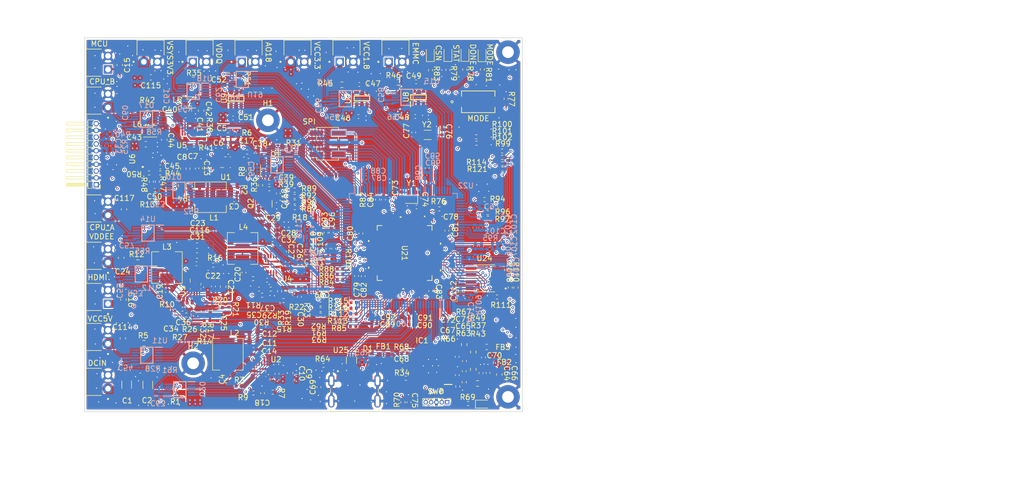
<source format=kicad_pcb>
(kicad_pcb (version 20221018) (generator pcbnew)

  (general
    (thickness 1.5384)
  )

  (paper "A4")
  (title_block
    (title "Gonk PCB")
    (date "2023-07-20")
    (rev "P0")
  )

  (layers
    (0 "F.Cu" signal)
    (1 "In1.Cu" power)
    (2 "In2.Cu" mixed)
    (3 "In3.Cu" mixed)
    (4 "In4.Cu" power)
    (31 "B.Cu" signal)
    (32 "B.Adhes" user "B.Adhesive")
    (33 "F.Adhes" user "F.Adhesive")
    (34 "B.Paste" user)
    (35 "F.Paste" user)
    (36 "B.SilkS" user "B.Silkscreen")
    (37 "F.SilkS" user "F.Silkscreen")
    (38 "B.Mask" user)
    (39 "F.Mask" user)
    (40 "Dwgs.User" user "User.Drawings")
    (41 "Cmts.User" user "User.Comments")
    (42 "Eco1.User" user "User.Eco1")
    (43 "Eco2.User" user "User.Eco2")
    (44 "Edge.Cuts" user)
    (45 "Margin" user)
    (46 "B.CrtYd" user "B.Courtyard")
    (47 "F.CrtYd" user "F.Courtyard")
    (48 "B.Fab" user)
    (49 "F.Fab" user)
    (50 "User.1" user)
    (51 "User.2" user)
    (52 "User.3" user)
    (53 "User.4" user)
    (54 "User.5" user)
    (55 "User.6" user)
    (56 "User.7" user)
    (57 "User.8" user)
    (58 "User.9" user)
  )

  (setup
    (stackup
      (layer "F.SilkS" (type "Top Silk Screen"))
      (layer "F.Paste" (type "Top Solder Paste"))
      (layer "F.Mask" (type "Top Solder Mask") (thickness 0) (material "Epoxy") (epsilon_r 3.8) (loss_tangent 0))
      (layer "F.Cu" (type "copper") (thickness 0.035))
      (layer "dielectric 1" (type "prepreg") (thickness 0.0994) (material "3313 RC57% 4.2mil ") (epsilon_r 4.1) (loss_tangent 0.02))
      (layer "In1.Cu" (type "copper") (thickness 0.0152))
      (layer "dielectric 2" (type "core") (thickness 0.55) (material "0.5mm H/HOZ with copper ") (epsilon_r 4.41) (loss_tangent 0.02))
      (layer "In2.Cu" (type "copper") (thickness 0.0152))
      (layer "dielectric 3" (type "prepreg") (thickness 0.1088) (material "2116 RC54% 4.9mil") (epsilon_r 4.16) (loss_tangent 0.02))
      (layer "In3.Cu" (type "copper") (thickness 0.0152))
      (layer "dielectric 4" (type "core") (thickness 0.55) (material "0.55mm H/Hwithout copper ") (epsilon_r 4.41) (loss_tangent 0.02))
      (layer "In4.Cu" (type "copper") (thickness 0.0152))
      (layer "dielectric 5" (type "prepreg") (thickness 0.0994) (material "3313 RC57% 4.2mil ") (epsilon_r 4.1) (loss_tangent 0.02))
      (layer "B.Cu" (type "copper") (thickness 0.035))
      (layer "B.Mask" (type "Bottom Solder Mask") (thickness 0) (material "Epoxy") (epsilon_r 3.8) (loss_tangent 0))
      (layer "B.Paste" (type "Bottom Solder Paste"))
      (layer "B.SilkS" (type "Bottom Silk Screen"))
      (copper_finish "ENIG")
      (dielectric_constraints yes)
    )
    (pad_to_mask_clearance 0)
    (aux_axis_origin 33.807836 165.19)
    (grid_origin 33.757836 165.14)
    (pcbplotparams
      (layerselection 0x00010fc_ffffffff)
      (plot_on_all_layers_selection 0x0000000_00000000)
      (disableapertmacros false)
      (usegerberextensions false)
      (usegerberattributes true)
      (usegerberadvancedattributes true)
      (creategerberjobfile true)
      (dashed_line_dash_ratio 12.000000)
      (dashed_line_gap_ratio 3.000000)
      (svgprecision 4)
      (plotframeref false)
      (viasonmask false)
      (mode 1)
      (useauxorigin false)
      (hpglpennumber 1)
      (hpglpenspeed 20)
      (hpglpendiameter 15.000000)
      (dxfpolygonmode true)
      (dxfimperialunits true)
      (dxfusepcbnewfont true)
      (psnegative false)
      (psa4output false)
      (plotreference true)
      (plotvalue true)
      (plotinvisibletext false)
      (sketchpadsonfab false)
      (subtractmaskfromsilk false)
      (outputformat 1)
      (mirror false)
      (drillshape 1)
      (scaleselection 1)
      (outputdirectory "")
    )
  )

  (net 0 "")
  (net 1 "DCIN")
  (net 2 "DCIN_SENSE_P")
  (net 3 "GND")
  (net 4 "Net-(C3-Pad1)")
  (net 5 "Net-(U1-SW)")
  (net 6 "Net-(C4-Pad1)")
  (net 7 "Net-(U2-SW)")
  (net 8 "VSYS3V3_SENSE_P")
  (net 9 "VCC5V_SENSE_P")
  (net 10 "Net-(U1-VCC)")
  (net 11 "Net-(U2-VCC)")
  (net 12 "Net-(C19-Pad1)")
  (net 13 "Net-(U3-SW)")
  (net 14 "Net-(C20-Pad1)")
  (net 15 "Net-(U4-SW)")
  (net 16 "VDDCPUA_SENSE_N")
  (net 17 "Net-(C25-Pad1)")
  (net 18 "VDDEE_SENSE_P")
  (net 19 "Net-(C30-Pad1)")
  (net 20 "VDDCPUA_SENSE_P")
  (net 21 "Net-(C34-Pad1)")
  (net 22 "Net-(C35-Pad1)")
  (net 23 "Net-(U3-VCC)")
  (net 24 "Net-(U4-VCC)")
  (net 25 "Net-(Q1-G)")
  (net 26 "VDDQ_SENSE_P")
  (net 27 "Net-(U5-FB)")
  (net 28 "VDDCPU_B")
  (net 29 "VDDCPU_B_SENSE_P")
  (net 30 "Net-(U6-FB)")
  (net 31 "VCC18_SENSE_P")
  (net 32 "EMMC18_SENSE_P")
  (net 33 "Net-(C50-Pad1)")
  (net 34 "VDDIOAO18_SENSE_P")
  (net 35 "Net-(IC1-BYP1)")
  (net 36 "VBUS")
  (net 37 "Net-(C69-Pad1)")
  (net 38 "Net-(IC1-BYP2)")
  (net 39 "MCU_XTAL_OUT")
  (net 40 "MCU_XTAL_IN")
  (net 41 "/MCU/STM32_NRST")
  (net 42 "OSC32K_XTAL_IN")
  (net 43 "OSC32K_XTAL_OUT")
  (net 44 "Net-(U21B-VCAP_1)")
  (net 45 "VDD_ADC")
  (net 46 "Net-(U22E-GNDPLL0)")
  (net 47 "Net-(U22E-VCCPLL0)")
  (net 48 "Net-(U22E-GNDPLL1)")
  (net 49 "Net-(U22E-VCCPLL1)")
  (net 50 "USB_D_N")
  (net 51 "USB_D_P")
  (net 52 "Net-(D4-K)")
  (net 53 "Net-(D_CSN1-K)")
  (net 54 "Net-(D_DONE1-K)")
  (net 55 "Net-(D_MODE1-K)")
  (net 56 "Net-(D_PWR1-K)")
  (net 57 "Net-(D_STATUS1-K)")
  (net 58 "Net-(IC1-ADJ1)")
  (net 59 "Net-(IC1-PWRGD1)")
  (net 60 "PWR_EN")
  (net 61 "VDDCPU_B_EN")
  (net 62 "VDDEE_PWM")
  (net 63 "VDDCPU_A_PWM")
  (net 64 "VDDCPU_B_PWM")
  (net 65 "Net-(JUSB1-CC1)")
  (net 66 "Net-(JUSB1-CC2)")
  (net 67 "EMMC18_SENSE_N")
  (net 68 "Net-(U5-SW)")
  (net 69 "Net-(U6-SW)")
  (net 70 "VCC33_SENSE_P")
  (net 71 "Net-(Q2-B)")
  (net 72 "Net-(Q2-C)")
  (net 73 "Net-(U1-BST)")
  (net 74 "Net-(U2-BST)")
  (net 75 "Net-(U1-EN)")
  (net 76 "Net-(U2-EN)")
  (net 77 "Net-(U1-PG)")
  (net 78 "Net-(U2-PG)")
  (net 79 "Net-(U3-BST)")
  (net 80 "Net-(U4-BST)")
  (net 81 "Net-(U3-MODE)")
  (net 82 "Net-(U3-FB)")
  (net 83 "Net-(U4-MODE)")
  (net 84 "Net-(U4-FB)")
  (net 85 "Net-(R20-Pad2)")
  (net 86 "Net-(R22-Pad2)")
  (net 87 "Net-(U3-EN)")
  (net 88 "ALERT1_L")
  (net 89 "ALERT2_L")
  (net 90 "ALERT3_L")
  (net 91 "ALERT4_L")
  (net 92 "ALERT5_L")
  (net 93 "ALERT6_L")
  (net 94 "ALERT7_L")
  (net 95 "ALERT8_L")
  (net 96 "ALERT9_L")
  (net 97 "ALERT10_L")
  (net 98 "ALERT11_L")
  (net 99 "DSPI_SCK")
  (net 100 "ICE_SPI_SCK")
  (net 101 "ICE_SPI_MISO")
  (net 102 "ICE_SPI_MOSI")
  (net 103 "DSPI_CS")
  (net 104 "ICE_RST_N")
  (net 105 "/MCU/MODE{slash}BOOT")
  (net 106 "ICE_CDONE")
  (net 107 "STATUS")
  (net 108 "ICE_SPI_SS")
  (net 109 "MODE")
  (net 110 "CS_N")
  (net 111 "unconnected-(R84-Pad1)")
  (net 112 "unconnected-(R85-Pad1)")
  (net 113 "/FPGA_IOs/FPGA_GCLK_2")
  (net 114 "unconnected-(R86-Pad1)")
  (net 115 "Net-(U22A-IOT_213)")
  (net 116 "unconnected-(R87-Pad1)")
  (net 117 "Net-(U22A-IOT_214)")
  (net 118 "unconnected-(R88-Pad1)")
  (net 119 "Net-(U22A-IOT_215)")
  (net 120 "FPGA_IO_SPARE_0_2")
  (net 121 "FPGA_IO_SPARE_0_1")
  (net 122 "FPGA_IO_SPARE_1_0")
  (net 123 "Net-(U22B-IOR_152)")
  (net 124 "FPGA_IO_SPARE_0_0")
  (net 125 "FPGA_IO_SPARE_1_1")
  (net 126 "Net-(U22B-IOR_160)")
  (net 127 "FPGA_IO_SPARE_1_2")
  (net 128 "Net-(U22B-IOR_161)")
  (net 129 "unconnected-(R96-Pad1)")
  (net 130 "unconnected-(R97-Pad1)")
  (net 131 "Net-(U22C-IOB_61)")
  (net 132 "FPGA_IO_SPARE_2_3")
  (net 133 "Net-(U22C-IOB_73)")
  (net 134 "FPGA_IO_SPARE_2_2")
  (net 135 "Net-(U22C-IOB_79)")
  (net 136 "FPGA_IO_SPARE_2_1")
  (net 137 "Net-(U22C-IOB_80)")
  (net 138 "FPGA_IO_SPARE_2_0")
  (net 139 "Net-(U22C-IOB_81_GBIN5)")
  (net 140 "FLASH_HOLD")
  (net 141 "FLASH_WP")
  (net 142 "SWDIO")
  (net 143 "SWD_CLK")
  (net 144 "unconnected-(U1-CLK-Pad4)")
  (net 145 "unconnected-(U1-ENCLK-Pad12)")
  (net 146 "unconnected-(U2-NC-Pad4)")
  (net 147 "unconnected-(U3-PG-Pad3)")
  (net 148 "unconnected-(U3-NC-Pad4)")
  (net 149 "unconnected-(U4-PG-Pad3)")
  (net 150 "unconnected-(U4-NC-Pad4)")
  (net 151 "unconnected-(U5-PG-Pad2)")
  (net 152 "unconnected-(U6-PG-Pad2)")
  (net 153 "unconnected-(U7-NC-Pad4)")
  (net 154 "unconnected-(U8-NC-Pad4)")
  (net 155 "unconnected-(U9-NC-Pad4)")
  (net 156 "SPI_CS_1")
  (net 157 "SPI_MOSI_1")
  (net 158 "SPI_MISO_1")
  (net 159 "SPI_SCLK_1")
  (net 160 "SPI_CS_2")
  (net 161 "SPI_MOSI_2")
  (net 162 "SPI_MISO_2")
  (net 163 "SPI_SCLK_2")
  (net 164 "SPI_CS_3")
  (net 165 "SPI_MOSI_3")
  (net 166 "SPI_MISO_3")
  (net 167 "SPI_SCLK_3")
  (net 168 "SPI_CS_4")
  (net 169 "SPI_MOSI_4")
  (net 170 "SPI_MISO_4")
  (net 171 "SPI_SCLK_4")
  (net 172 "SPI_CS_5")
  (net 173 "SPI_MOSI_5")
  (net 174 "SPI_MISO_5")
  (net 175 "SPI_SCLK_5")
  (net 176 "SPI_CS_6")
  (net 177 "SPI_MOSI_6")
  (net 178 "SPI_MISO_6")
  (net 179 "SPI_SCLK_6")
  (net 180 "SPI_CS_7")
  (net 181 "SPI_MOSI_7")
  (net 182 "SPI_MISO_7")
  (net 183 "SPI_SCLK_7")
  (net 184 "SPI_CS_8")
  (net 185 "SPI_MOSI_8")
  (net 186 "SPI_MISO_8")
  (net 187 "SPI_SCLK_8")
  (net 188 "SPI_CS_9")
  (net 189 "SPI_MOSI_9")
  (net 190 "SPI_MISO_9")
  (net 191 "SPI_SCLK_9")
  (net 192 "SPI_CS_10")
  (net 193 "SPI_MOSI_10")
  (net 194 "SPI_MISO_10")
  (net 195 "SPI_SCLK_10")
  (net 196 "SPI_CS_11")
  (net 197 "SPI_MOSI_11")
  (net 198 "SPI_MISO_11")
  (net 199 "SPI_SCLK_11")
  (net 200 "MCU_SPARE_CLK")
  (net 201 "Net-(U21A-PC6)")
  (net 202 "unconnected-(R112-Pad2)")
  (net 203 "Net-(U21A-PC7)")
  (net 204 "unconnected-(R113-Pad2)")
  (net 205 "Net-(U21A-PC4)")
  (net 206 "unconnected-(R115-Pad1)")
  (net 207 "Net-(U21A-PB14)")
  (net 208 "unconnected-(R116-Pad1)")
  (net 209 "Net-(U21A-PB15)")
  (net 210 "DSPI_IO0")
  (net 211 "MCLK")
  (net 212 "TXD")
  (net 213 "RXD")
  (net 214 "DSPI_IO1")
  (net 215 "I2C_0_SCL")
  (net 216 "I2C_0_SDA")
  (net 217 "unconnected-(U22E-NC-Pad35)")
  (net 218 "unconnected-(U22E-NC-Pad36)")
  (net 219 "unconnected-(U22C-IOB_72-Pad44)")
  (net 220 "unconnected-(U22E-NC-Pad50)")
  (net 221 "unconnected-(U22E-NC-Pad51)")
  (net 222 "unconnected-(U22E-NC-Pad58)")
  (net 223 "unconnected-(U22E-NC-Pad77)")
  (net 224 "unconnected-(U22B-IOR_116-Pad80)")
  (net 225 "unconnected-(U22B-IOR_167-Pad107)")
  (net 226 "unconnected-(U22B-IOR_146-Pad96)")
  (net 227 "unconnected-(U22B-IOR_144-Pad95)")
  (net 228 "unconnected-(U22E-VPP_FAST-Pad109)")
  (net 229 "FPGA_CLK_IN")
  (net 230 "unconnected-(U22A-IOT_206-Pad130)")
  (net 231 "unconnected-(U22E-NC-Pad133)")
  (net 232 "unconnected-(U22A-IOT_216-Pad138)")
  (net 233 "Net-(U22A-IOT_181)")
  (net 234 "Net-(U22A-IOT_190)")
  (net 235 "Net-(U21A-PB1)")
  (net 236 "VDDCPU_A_EN")
  (net 237 "VCC5V")
  (net 238 "VCC5V0_HDMI")
  (net 239 "VDDEE_SENSE_N")
  (net 240 "VCC_MCU")
  (net 241 "VSYS3V3_SENSE_N")
  (net 242 "Net-(C64-Pad2)")
  (net 243 "Net-(IC1-OUT1_1)")
  (net 244 "Net-(C70-Pad2)")
  (net 245 "Net-(IC1-ADJ2)")
  (net 246 "Net-(IC1-PWRGD2)")
  (net 247 "VCC_GONK_1.2")
  (net 248 "VCC_GONK_3V3")
  (net 249 "VCC1.8V")
  (net 250 "VDDIOAO18_SENSE_N")
  (net 251 "VCC3.3V")
  (net 252 "VDDQ_1V1")
  (net 253 "Net-(U22A-IOT_212)")
  (net 254 "Net-(U22A-IOT_191)")
  (net 255 "unconnected-(U22A-IOT_197_GBIN1-Pad128)")
  (net 256 "unconnected-(U22A-IOT_192-Pad125)")
  (net 257 "unconnected-(U22D-IOL_18B-Pad26)")
  (net 258 "unconnected-(R94-Pad1)")
  (net 259 "Net-(U22C-IOB_63)")
  (net 260 "Net-(U22C-IOB_64)")
  (net 261 "unconnected-(U22D-IOL_24A-Pad31)")
  (net 262 "unconnected-(U22D-IOL_23B-Pad29)")
  (net 263 "unconnected-(U22D-IOL_23A-Pad28)")
  (net 264 "unconnected-(U22C-IOB_71-Pad43)")
  (net 265 "unconnected-(U22C-IOB_82_GBIN4-Pad52)")
  (net 266 "unconnected-(U22C-IOB_91-Pad55)")
  (net 267 "unconnected-(JUSB1-SBU2-Pad4)")
  (net 268 "unconnected-(JUSB1-SBU1-Pad10)")
  (net 269 "unconnected-(U25-NC-Pad1)")
  (net 270 "SPI_HDR_IO0")
  (net 271 "SPI_HDR_IO1")
  (net 272 "SPI_HDR_IO2")
  (net 273 "SPI_HDR_IO3")
  (net 274 "unconnected-(R121-Pad1)")
  (net 275 "unconnected-(R114-Pad2)")

  (footprint "Capacitor_SMD:C_0402_1005Metric" (layer "F.Cu") (at 95.457836 112.91 -90))

  (footprint "Resistor_SMD:R_0402_1005Metric" (layer "F.Cu") (at 60.85 146.165 -90))

  (footprint "Capacitor_SMD:C_0603_1608Metric" (layer "F.Cu") (at 69.0832 130.3))

  (footprint "Capacitor_SMD:C_0402_1005Metric" (layer "F.Cu") (at 77.709972 160.6107 -90))

  (footprint "Resistor_SMD:R_0402_1005Metric" (layer "F.Cu") (at 73.147836 124.89))

  (footprint "Capacitor_SMD:C_0402_1005Metric" (layer "F.Cu") (at 80.48125 134.69 -90))

  (footprint "Resistor_SMD:R_0603_1608Metric" (layer "F.Cu") (at 54.175 103.075 180))

  (footprint "Connector_TE-Connectivity:TE_826631-2" (layer "F.Cu") (at 44.91 99.7))

  (footprint "Capacitor_SMD:C_0402_1005Metric" (layer "F.Cu") (at 84.75 139.8 90))

  (footprint "Crystal:Crystal_SMD_2016-4Pin_2.0x1.6mm" (layer "F.Cu") (at 95.05 124.85 90))

  (footprint "Resistor_SMD:R_0402_1005Metric" (layer "F.Cu") (at 46.33 122.16 90))

  (footprint "Resistor_SMD:R_0402_1005Metric" (layer "F.Cu") (at 54.35 145.975 180))

  (footprint "Capacitor_SMD:C_0402_1005Metric" (layer "F.Cu") (at 85.557836 131.84 -90))

  (footprint "Resistor_SMD:R_0805_2012Metric" (layer "F.Cu") (at 52.14575 122.88725 -90))

  (footprint "Package_DFN_QFN:TPS62825DMQT" (layer "F.Cu") (at 52.627969 112.587159 90))

  (footprint "Capacitor_SMD:C_0402_1005Metric" (layer "F.Cu") (at 85.115 109.944647))

  (footprint "Capacitor_SMD:C_0603_1608Metric" (layer "F.Cu") (at 72.307528 157.977471 90))

  (footprint "Capacitor_SMD:C_0402_1005Metric" (layer "F.Cu") (at 60.65 159.05 90))

  (footprint "Resistor_SMD:R_0402_1005Metric" (layer "F.Cu") (at 47.99 120.5))

  (footprint "Connector_USB:JAE_DX07S016JA1R1500" (layer "F.Cu") (at 84.352136 160.14))

  (footprint "Capacitor_SMD:C_0402_1005Metric" (layer "F.Cu") (at 52.15 146.025 180))

  (footprint "Capacitor_SMD:C_0402_1005Metric" (layer "F.Cu") (at 64.507836 118.155173 180))

  (footprint "Capacitor_SMD:C_0603_1608Metric" (layer "F.Cu") (at 74.162854 137.91 90))

  (footprint "Resistor_SMD:R_0402_1005Metric" (layer "F.Cu") (at 109.36 129 180))

  (footprint "Capacitor_SMD:C_0603_1608Metric" (layer "F.Cu") (at 54.057929 119.698109 90))

  (footprint "Resistor_SMD:R_0402_1005Metric" (layer "F.Cu") (at 45.9 120.5))

  (footprint "Resistor_SMD:R_0402_1005Metric" (layer "F.Cu") (at 73.3832 142.01))

  (footprint "Resistor_SMD:R_0402_1005Metric" (layer "F.Cu") (at 56.257836 113.69 90))

  (footprint "Capacitor_SMD:C_0402_1005Metric" (layer "F.Cu") (at 101.65 131.3 90))

  (footprint "Capacitor_SMD:C_0603_1608Metric" (layer "F.Cu") (at 93.332836 156.59))

  (footprint "MountingHole:MountingHole_2.2mm_M2_Pad" (layer "F.Cu") (at 113.107836 97.89))

  (footprint "Resistor_SMD:R_0402_1005Metric" (layer "F.Cu") (at 112.007836 116.39))

  (footprint "Resistor_SMD:R_0402_1005Metric" (layer "F.Cu") (at 59.11 145.715))

  (footprint "Capacitor_SMD:C_0603_1608Metric" (layer "F.Cu") (at 55.65 108.85 -90))

  (footprint "Capacitor_SMD:C_0402_1005Metric" (layer "F.Cu") (at 95.9 103.45))

  (footprint "Capacitor_SMD:C_0402_1005Metric" (layer "F.Cu") (at 95.98 126.85 180))

  (footprint "Resistor_SMD:R_0402_1005Metric" (layer "F.Cu") (at 108.707836 125.49 180))

  (footprint "Inductor_SMD:L_Murata_DFE201610P" (layer "F.Cu") (at 46.105 112.72))

  (footprint "Inductor_SMD:L_0603_1608Metric" (layer "F.Cu") (at 89.820336 154.515))

  (footprint "Capacitor_SMD:C_0402_1005Metric" (layer "F.Cu") (at 55.157836 113.64 -90))

  (footprint "Resistor_SMD:R_0402_1005Metric" (layer "F.Cu") (at 57.910346 137.775))

  (footprint "Capacitor_SMD:C_0402_1005Metric" (layer "F.Cu") (at 79.05 131.7 -90))

  (footprint "Capacitor_SMD:C_0402_1005Metric" (layer "F.Cu") (at 58.760346 147.675 90))

  (footprint "Capacitor_SMD:C_0603_1608Metric" (layer "F.Cu") (at 65.467874 150.217125))

  (footprint "Resistor_SMD:R_0402_1005Metric" (layer "F.Cu") (at 81.657836 139.54))

  (footprint "Capacitor_SMD:C_0402_1005Metric" (layer "F.Cu") (at 53.5 144.825))

  (footprint "MountingHole:MountingHole_2.2mm_M2_Pad" (layer "F.Cu") (at 113.107836 162.44))

  (footprint "Capacitor_SMD:C_0603_1608Metric" (layer "F.Cu") (at 54.875 135.975))

  (footprint "Resistor_SMD:R_0402_1005Metric" (layer "F.Cu") (at 54.31 115.3))

  (footprint "Capacitor_SMD:C_0603_1608Metric" (layer "F.Cu") (at 41.1 144.225 -90))

  (footprint "Connector_PinHeader_2.00mm:PinHeader_2x03_P2.00mm_Vertical_SMD" (layer "F.Cu") (at 79.322836 115.04))

  (footprint "Resistor_SMD:R_0402_1005Metric" (layer "F.Cu") (at 105.007836 101.1525 90))

  (footprint "Capacitor_SMD:C_0402_1005Metric" (layer "F.Cu")
    (tstamp 35014c65-d133-4071-9b9c-0559fd6e432c)
    (at 99.22 128.65)
    (descr "Capacitor SMD 0402 (1005 Metric), square (rectangular) end terminal, IPC_7351 nominal, (Body size source: IPC-SM-782 page 76, https://www.pcb-3d.com/wordpress/wp-content/uploads/ipc-sm-782a_amendment_1_and_2.pdf), generated with kicad-footprint-generator")
    (tags "capacitor")
    (property "Sheetfile" "stm32.kicad_sch")
    (property "Sheetname" "MCU")
    (property "ki_description" "Unpolarized capacitor, small symbol")
    (property "ki_keywords" "capacitor cap")
    (path "/f135f645-4330-46f0-9341-9761c31b4e29/dfa296ec-3324-4145-9980-b5397e5bc73e")
    (attr smd)
    (fp_text reference "C78" (at 3.187836 0.09 unlocked) (layer "F.SilkS")
        (effects (font (size 1 1) (thickness 0.153)))
      (tstamp 34f5039e-9a9f-4536-a459-e5b81216b059)
    )
    (fp_text value "100nF" (at 0 1.16) (layer "F.Fab")
        (effects (font (size 1 1) (thickness 0.15)))
      (tstamp 407d528e-8a44-477c-876d-e0df7af3e00b)
    )
    (fp_text user "${REFERENCE}" (at 0 0) (layer "F.Fab")
        (effects (font (size 0.25 0.25) (thickness 0.04)))
      (tstamp 946d7700-36d7-418e-8da0-c8c35027c479)
    )
    (fp_line (start -0.107836 -0.36) (end 0.107836 -0.36)
      (stroke (width 0.12) (type solid)) (layer "F.SilkS") (tstamp e613c932-e619-42da-b413-6f5a534b1bba))
    (fp_line (start -0.107836 0.36) (end 0.107836 0.36)
      (stroke (width 0.12) (type solid)) (layer "F.SilkS") (tstamp cbba2d89-46fd-4c87-8765-229a1535112a))
    (fp_line (start -0.91 -0.46) (end 0.91 -0.46)
      (stroke (width 0.05) (type solid)) (layer "F.CrtYd") (tstamp 291a3215-d552-4964-8cfd-7cfd278f5389))
    (fp_line (start -0.91 0.46) (end -0.91 -0.46)
      (stroke (width 0.05) (type solid)) (layer "F.CrtYd") (tstamp 96690ec1-c131-47d8-ad1b-978107badd41))
    (fp_line (start 0.91 -0.46) (end 0.91 0.46)

... [5327502 chars truncated]
</source>
